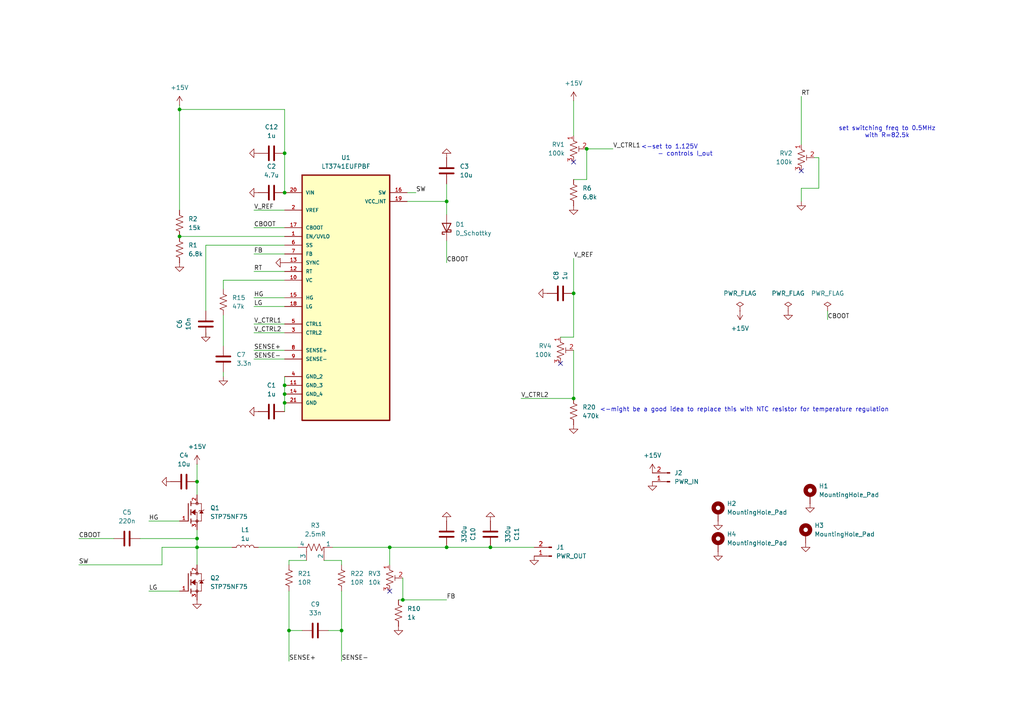
<source format=kicad_sch>
(kicad_sch (version 20250114) (generator "eeschema") (generator_version "9.0")
  (paper "A4")
  (lib_symbols
    (symbol "Connector:Conn_01x02_Pin" (pin_names (offset 1.016) (hide yes))
      (property "Reference" "J" (at 0 2.54 0))
      (property "Value" "Conn_01x02_Pin" (at 0 -5.08 0))
      (symbol "Conn_01x02_Pin_1_1"
        (rectangle (start 0.8636 0.127) (end 0 -0.127) (stroke (width 0.1524)) (fill (type outline)))
        (rectangle (start 0.8636 -2.413) (end 0 -2.667) (stroke (width 0.1524)) (fill (type outline)))
        (polyline (pts (xy 1.27 0) (xy 0.8636 0)) (stroke (width 0.1524)))
        (polyline (pts (xy 1.27 -2.54) (xy 0.8636 -2.54)) (stroke (width 0.1524)))
        (pin passive line (at 5.08 0 180) (length 3.81) (name "Pin_1") (number "1"))
        (pin passive line (at 5.08 -2.54 180) (length 3.81) (name "Pin_2") (number "2"))
      )
    )
    (symbol "Device:C" (pin_numbers (hide yes)) (pin_names (offset 0.254))
      (property "Reference" "C" (at 0.635 2.54 0))
      (property "Value" "C" (at 0.635 -2.54 0))
      (symbol "C_0_1"
        (polyline (pts (xy -2.032 0.762) (xy 2.032 0.762)) (stroke (width 0.508)))
        (polyline (pts (xy -2.032 -0.762) (xy 2.032 -0.762)) (stroke (width 0.508)))
      )
      (symbol "C_1_1"
        (pin passive line (at 0 3.81 270) (length 2.794) (name "~") (number "1"))
        (pin passive line (at 0 -3.81 90) (length 2.794) (name "~") (number "2"))
      )
    )
    (symbol "Device:D_Schottky" (pin_numbers (hide yes)) (pin_names (offset 1.016) (hide yes))
      (property "Reference" "D" (at 0 2.54 0))
      (property "Value" "D_Schottky" (at 0 -2.54 0))
      (symbol "D_Schottky_0_1"
        (polyline (pts (xy -1.905 0.635) (xy -1.905 1.27) (xy -1.27 1.27) (xy -1.27 -1.27) (xy -0.635 -1.27) (xy -0.635 -0.635)) (stroke (width 0.254)))
        (polyline (pts (xy 1.27 1.27) (xy 1.27 -1.27) (xy -1.27 0) (xy 1.27 1.27)) (stroke (width 0.254)))
        (polyline (pts (xy 1.27 0) (xy -1.27 0)))
      )
      (symbol "D_Schottky_1_1"
        (pin passive line (at -3.81 0 0) (length 2.54) (name "K") (number "1"))
        (pin passive line (at 3.81 0 180) (length 2.54) (name "A") (number "2"))
      )
    )
    (symbol "Device:L" (pin_numbers (hide yes)) (pin_names (offset 1.016) (hide yes))
      (property "Reference" "L" (at -1.27 0 90))
      (property "Value" "L" (at 1.905 0 90))
      (symbol "L_0_1"
        (arc (start 0 2.54) (mid 0.6323 1.905) (end 0 1.27))
        (arc (start 0 1.27) (mid 0.6323 0.635) (end 0 0))
        (arc (start 0 0) (mid 0.6323 -0.635) (end 0 -1.27))
        (arc (start 0 -1.27) (mid 0.6323 -1.905) (end 0 -2.54))
      )
      (symbol "L_1_1"
        (pin passive line (at 0 3.81 270) (length 1.27) (name "1") (number "1"))
        (pin passive line (at 0 -3.81 90) (length 1.27) (name "2") (number "2"))
      )
    )
    (symbol "Device:R_Potentiometer_Trim_US" (pin_names (offset 1.016) (hide yes))
      (property "Reference" "RV" (at -4.445 0 90))
      (property "Value" "R_Potentiometer_Trim_US" (at -2.54 0 90))
      (symbol "R_Potentiometer_Trim_US_0_1"
        (polyline (pts (xy 0 2.286) (xy 0 2.54)))
        (polyline (pts (xy 0 2.286) (xy 1.016 1.905) (xy 0 1.524) (xy -1.016 1.143) (xy 0 0.762)))
        (polyline (pts (xy 0 0.762) (xy 1.016 0.381) (xy 0 0) (xy -1.016 -0.381) (xy 0 -0.762)))
        (polyline (pts (xy 0 -0.762) (xy 1.016 -1.143) (xy 0 -1.524) (xy -1.016 -1.905) (xy 0 -2.286)))
        (polyline (pts (xy 0 -2.286) (xy 0 -2.54)))
        (polyline (pts (xy 1.524 0.762) (xy 1.524 -0.762)))
        (polyline (pts (xy 2.54 0) (xy 1.524 0)))
      )
      (symbol "R_Potentiometer_Trim_US_1_1"
        (pin passive line (at 0 3.81 270) (length 1.27) (name "1") (number "1"))
        (pin passive line (at 0 -3.81 90) (length 1.27) (name "3") (number "3"))
        (pin passive line (at 3.81 0 180) (length 1.27) (name "2") (number "2"))
      )
    )
    (symbol "Device:R_Shunt_US" (pin_numbers (hide yes)) (pin_names (offset 0))
      (property "Reference" "R" (at -5.08 0 90))
      (property "Value" "R_Shunt_US" (at -3.048 0 90))
      (symbol "R_Shunt_US_1_1"
        (polyline (pts (xy 0 2.286) (xy 0 2.54)))
        (polyline (pts (xy 0 2.286) (xy 1.016 1.905) (xy 0 1.524) (xy -1.016 1.143) (xy 0 0.762)))
        (polyline (pts (xy 0 0.762) (xy 1.016 0.381) (xy 0 0) (xy -1.016 -0.381) (xy 0 -0.762)))
        (polyline (pts (xy 0 -0.762) (xy 1.016 -1.143) (xy 0 -1.524) (xy -1.016 -1.905) (xy 0 -2.286)))
        (polyline (pts (xy 0 -2.286) (xy 0 -2.54)))
        (polyline (pts (xy 0 -2.54) (xy 1.27 -2.54)))
        (polyline (pts (xy 1.27 2.54) (xy 0 2.54)))
        (pin passive line (at 0 5.08 270) (length 2.54) (name "1") (number "1"))
        (pin passive line (at 0 -5.08 90) (length 2.54) (name "4") (number "4"))
        (pin passive line (at 3.81 2.54 180) (length 2.54) (name "2") (number "2"))
        (pin passive line (at 3.81 -2.54 180) (length 2.54) (name "3") (number "3"))
      )
    )
    (symbol "Device:R_US" (pin_numbers (hide yes)) (pin_names (offset 0))
      (property "Reference" "R" (at 2.54 0 90))
      (property "Value" "R_US" (at -2.54 0 90))
      (symbol "R_US_0_1"
        (polyline (pts (xy 0 2.286) (xy 0 2.54)))
        (polyline (pts (xy 0 2.286) (xy 1.016 1.905) (xy 0 1.524) (xy -1.016 1.143) (xy 0 0.762)))
        (polyline (pts (xy 0 0.762) (xy 1.016 0.381) (xy 0 0) (xy -1.016 -0.381) (xy 0 -0.762)))
        (polyline (pts (xy 0 -0.762) (xy 1.016 -1.143) (xy 0 -1.524) (xy -1.016 -1.905) (xy 0 -2.286)))
        (polyline (pts (xy 0 -2.286) (xy 0 -2.54)))
      )
      (symbol "R_US_1_1"
        (pin passive line (at 0 3.81 270) (length 1.27) (name "~") (number "1"))
        (pin passive line (at 0 -3.81 90) (length 1.27) (name "~") (number "2"))
      )
    )
    (symbol "HKUST_REDBIRD_LIB:LT3741EUFPBF" (pin_names (offset 1.016))
      (property "Reference" "U" (at -4.7276 35.9651 0))
      (property "Value" "LT3741EUFPBF" (at -7.1396 -42.8884 0))
      (symbol "LT3741EUFPBF_0_0"
        (rectangle (start -12.7 -38.1) (end 12.7 33.02) (stroke (width 0.4064)) (fill (type background)))
        (pin power_in line (at -17.78 27.94 0) (length 5.08) (name "VIN") (number "20"))
        (pin input line (at -17.78 22.86 0) (length 5.08) (name "VREF") (number "2"))
        (pin power_in line (at -17.78 17.78 0) (length 5.08) (name "CBOOT") (number "17"))
        (pin input line (at -17.78 15.24 0) (length 5.08) (name "EN/UVLO") (number "1"))
        (pin input line (at -17.78 12.7 0) (length 5.08) (name "SS") (number "6"))
        (pin passive line (at -17.78 10.16 0) (length 5.08) (name "FB") (number "7"))
        (pin input line (at -17.78 7.62 0) (length 5.08) (name "SYNC") (number "13"))
        (pin passive line (at -17.78 5.08 0) (length 5.08) (name "RT") (number "12"))
        (pin input line (at -17.78 2.54 0) (length 5.08) (name "VC") (number "10"))
        (pin input line (at -17.78 -2.54 0) (length 5.08) (name "HG") (number "15"))
        (pin input line (at -17.78 -5.08 0) (length 5.08) (name "LG") (number "18"))
        (pin input line (at -17.78 -10.16 0) (length 5.08) (name "CTRL1") (number "5"))
        (pin input line (at -17.78 -12.7 0) (length 5.08) (name "CTRL2") (number "3"))
        (pin input line (at -17.78 -17.78 0) (length 5.08) (name "SENSE+") (number "8"))
        (pin input line (at -17.78 -20.32 0) (length 5.08) (name "SENSE-") (number "9"))
        (pin passive line (at -17.78 -25.4 0) (length 5.08) (name "GND_2") (number "4"))
        (pin passive line (at -17.78 -27.94 0) (length 5.08) (name "GND_3") (number "11"))
        (pin passive line (at -17.78 -30.48 0) (length 5.08) (name "GND_4") (number "14"))
        (pin passive line (at -17.78 -33.02 0) (length 5.08) (name "GND") (number "21"))
        (pin output line (at 17.78 27.94 180) (length 5.08) (name "SW") (number "16"))
        (pin output line (at 17.78 25.4 180) (length 5.08) (name "VCC_INT") (number "19"))
      )
    )
    (symbol "HKUST_REDBIRD_LIB:STP75NF75" (pin_names (offset 1.016))
      (property "Reference" "Q" (at -8.89 2.54 0))
      (property "Value" "STP75NF75" (at -8.89 -7.62 0))
      (symbol "STP75NF75_0_0"
        (polyline (pts (xy 0 2.54) (xy 0 -2.54)) (stroke (width 0.254)))
        (polyline (pts (xy 0.762 3.175) (xy 0.762 2.54)) (stroke (width 0.254)))
        (polyline (pts (xy 0.762 2.54) (xy 0.762 1.905)) (stroke (width 0.254)))
        (polyline (pts (xy 0.762 2.54) (xy 3.81 2.54)) (stroke (width 0.1524)))
        (polyline (pts (xy 0.762 0.762) (xy 0.762 0)) (stroke (width 0.254)))
        (polyline (pts (xy 0.762 0) (xy 0.762 -0.762)) (stroke (width 0.254)))
        (polyline (pts (xy 0.762 0) (xy 2.54 0)) (stroke (width 0.1524)))
        (polyline (pts (xy 0.762 -1.905) (xy 0.762 -2.54)) (stroke (width 0.254)))
        (polyline (pts (xy 0.762 -2.54) (xy 0.762 -3.175)) (stroke (width 0.254)))
        (polyline (pts (xy 1.016 0) (xy 2.032 0.762) (xy 2.032 -0.762) (xy 1.016 0)) (stroke (width 0.1524)) (fill (type outline)))
        (circle (center 2.54 2.54) (radius 0.3592))
        (polyline (pts (xy 2.54 0) (xy 2.54 -2.54)) (stroke (width 0.1524)))
        (polyline (pts (xy 2.54 -2.54) (xy 0.762 -2.54)) (stroke (width 0.1524)))
        (polyline (pts (xy 2.54 -2.54) (xy 3.81 -2.54)) (stroke (width 0.1524)))
        (circle (center 2.54 -2.54) (radius 0.3592))
        (polyline (pts (xy 3.302 0.508) (xy 3.048 0.254)) (stroke (width 0.1524)))
        (polyline (pts (xy 3.81 2.54) (xy 3.81 0.508)) (stroke (width 0.1524)))
        (polyline (pts (xy 3.81 0.508) (xy 3.302 0.508)) (stroke (width 0.1524)))
        (polyline (pts (xy 3.81 0.508) (xy 3.81 -2.54)) (stroke (width 0.1524)))
        (polyline (pts (xy 3.81 0.508) (xy 3.302 -0.254) (xy 4.318 -0.254) (xy 3.81 0.508)) (stroke (width 0.1524)) (fill (type outline)))
        (polyline (pts (xy 4.318 0.508) (xy 3.81 0.508)) (stroke (width 0.1524)))
        (polyline (pts (xy 4.572 0.762) (xy 4.318 0.508)) (stroke (width 0.1524)))
        (pin passive line (at -2.54 -2.54 0) (length 2.54) (name "~") (number "1"))
        (pin passive line (at 2.54 5.08 270) (length 2.54) (name "~") (number "2"))
        (pin passive line (at 2.54 -5.08 90) (length 2.54) (name "~") (number "3"))
      )
    )
    (symbol "Mechanical:MountingHole_Pad" (pin_numbers (hide yes)) (pin_names (offset 1.016) (hide yes)) (exclude_from_sim yes) (in_bom no)
      (property "Reference" "H" (at 0 6.35 0))
      (property "Value" "MountingHole_Pad" (at 0 4.445 0))
      (symbol "MountingHole_Pad_0_1"
        (circle (center 0 1.27) (radius 1.27) (stroke (width 1.27)))
      )
      (symbol "MountingHole_Pad_1_1"
        (pin input line (at 0 -2.54 90) (length 2.54) (name "1") (number "1"))
      )
    )
    (symbol "power:+15V" (power) (pin_numbers (hide yes)) (pin_names (offset 0) (hide yes))
      (property "Value" "+15V" (at 0 3.556 0))
      (symbol "+15V_0_1"
        (polyline (pts (xy -0.762 1.27) (xy 0 2.54)))
        (polyline (pts (xy 0 2.54) (xy 0.762 1.27)))
        (polyline (pts (xy 0 0) (xy 0 2.54)))
      )
      (symbol "+15V_1_1"
        (pin power_in line (at 0 0 90) (length 0) (name "~") (number "1"))
      )
    )
    (symbol "power:GND" (power) (pin_numbers (hide yes)) (pin_names (offset 0) (hide yes))
      (property "Value" "GND" (at 0 -3.81 0))
      (symbol "GND_0_1"
        (polyline (pts (xy 0 0) (xy 0 -1.27) (xy 1.27 -1.27) (xy 0 -2.54) (xy -1.27 -1.27) (xy 0 -1.27)))
      )
      (symbol "GND_1_1"
        (pin power_in line (at 0 0 270) (length 0) (name "~") (number "1"))
      )
    )
    (symbol "power:PWR_FLAG" (power) (pin_numbers (hide yes)) (pin_names (offset 0) (hide yes))
      (property "Value" "PWR_FLAG" (at 0 3.81 0))
      (symbol "PWR_FLAG_0_0"
        (pin power_out line (at 0 0 90) (length 0) (name "~") (number "1"))
      )
      (symbol "PWR_FLAG_0_1"
        (polyline (pts (xy 0 0) (xy 0 1.27) (xy -1.016 1.905) (xy 0 2.54) (xy 1.016 1.905) (xy 0 1.27)))
      )
    )
  )
  (text "<-set to 1.125V\n	- controls I_out" (at 185.928 43.688 0) (effects (font (size 1.27 1.27)) (justify left)))
  (text "set switching freq to 0.5MHz\nwith R=82.5k" (at 257.302 38.354 0) (effects (font (size 1.27 1.27))))
  (text "<-might be a good idea to replace this with NTC resistor for temperature regulation\n" (at 215.9 118.872 0) (effects (font (size 1.27 1.27))))
  (junction (at 99.06 182.88))
  (junction (at 52.07 68.58))
  (junction (at 57.15 158.75))
  (junction (at 170.18 43.18))
  (junction (at 82.55 114.3))
  (junction (at 82.55 116.84))
  (junction (at 166.37 115.57))
  (junction (at 166.37 85.09))
  (junction (at 116.84 173.99))
  (junction (at 113.03 158.75))
  (junction (at 129.54 58.42))
  (junction (at 142.24 158.75))
  (junction (at 82.55 111.76))
  (junction (at 52.07 31.75))
  (junction (at 57.15 139.7))
  (junction (at 57.15 156.21))
  (junction (at 129.54 158.75))
  (junction (at 83.82 182.88))
  (junction (at 82.55 44.45))
  (junction (at 82.55 55.88))
  (no_connect (at 162.56 105.41))
  (no_connect (at 166.37 46.99))
  (no_connect (at 113.03 171.45))
  (no_connect (at 232.41 49.53))
  (wire (pts (xy 82.55 81.28) (xy 64.77 81.28)))
  (wire (pts (xy 52.07 30.48) (xy 52.07 31.75)))
  (wire (pts (xy 170.18 43.18) (xy 170.18 52.07)))
  (wire (pts (xy 64.77 107.95) (xy 64.77 109.22)))
  (wire (pts (xy 232.41 27.94) (xy 232.41 41.91)))
  (wire (pts (xy 83.82 182.88) (xy 87.63 182.88)))
  (wire (pts (xy 129.54 53.34) (xy 129.54 58.42)))
  (wire (pts (xy 73.66 66.04) (xy 82.55 66.04)))
  (wire (pts (xy 99.06 171.45) (xy 99.06 182.88)))
  (wire (pts (xy 99.06 162.56) (xy 99.06 163.83)))
  (wire (pts (xy 22.86 163.83) (xy 46.99 163.83)))
  (wire (pts (xy 232.41 58.42) (xy 232.41 54.61)))
  (wire (pts (xy 82.55 111.76) (xy 82.55 114.3)))
  (wire (pts (xy 116.84 167.64) (xy 116.84 173.99)))
  (wire (pts (xy 83.82 171.45) (xy 83.82 182.88)))
  (wire (pts (xy 170.18 43.18) (xy 177.8 43.18)))
  (wire (pts (xy 59.69 97.79) (xy 59.69 96.52)))
  (wire (pts (xy 151.13 115.57) (xy 166.37 115.57)))
  (wire (pts (xy 74.93 158.75) (xy 86.36 158.75)))
  (wire (pts (xy 43.18 151.13) (xy 52.07 151.13)))
  (wire (pts (xy 52.07 68.58) (xy 82.55 68.58)))
  (wire (pts (xy 57.15 156.21) (xy 57.15 158.75)))
  (wire (pts (xy 59.69 90.17) (xy 59.69 71.12)))
  (wire (pts (xy 83.82 163.83) (xy 83.82 162.56)))
  (wire (pts (xy 83.82 182.88) (xy 83.82 191.77)))
  (wire (pts (xy 59.69 71.12) (xy 82.55 71.12)))
  (wire (pts (xy 73.66 78.74) (xy 82.55 78.74)))
  (wire (pts (xy 73.66 104.14) (xy 82.55 104.14)))
  (wire (pts (xy 166.37 52.07) (xy 170.18 52.07)))
  (wire (pts (xy 57.15 158.75) (xy 46.99 158.75)))
  (wire (pts (xy 40.64 156.21) (xy 57.15 156.21)))
  (wire (pts (xy 82.55 44.45) (xy 82.55 55.88)))
  (wire (pts (xy 73.66 60.96) (xy 82.55 60.96)))
  (wire (pts (xy 43.18 171.45) (xy 52.07 171.45)))
  (wire (pts (xy 64.77 81.28) (xy 64.77 83.82)))
  (wire (pts (xy 113.03 158.75) (xy 113.03 163.83)))
  (wire (pts (xy 64.77 91.44) (xy 64.77 100.33)))
  (wire (pts (xy 22.86 156.21) (xy 33.02 156.21)))
  (wire (pts (xy 115.57 173.99) (xy 116.84 173.99)))
  (wire (pts (xy 82.55 109.22) (xy 82.55 111.76)))
  (wire (pts (xy 57.15 158.75) (xy 57.15 163.83)))
  (wire (pts (xy 142.24 158.75) (xy 154.94 158.75)))
  (wire (pts (xy 166.37 101.6) (xy 166.37 115.57)))
  (wire (pts (xy 46.99 158.75) (xy 46.99 163.83)))
  (wire (pts (xy 73.66 88.9) (xy 82.55 88.9)))
  (wire (pts (xy 93.98 162.56) (xy 99.06 162.56)))
  (wire (pts (xy 237.49 45.72) (xy 237.49 54.61)))
  (wire (pts (xy 73.66 86.36) (xy 82.55 86.36)))
  (wire (pts (xy 166.37 74.93) (xy 166.37 85.09)))
  (wire (pts (xy 129.54 58.42) (xy 129.54 62.23)))
  (wire (pts (xy 83.82 162.56) (xy 88.9 162.56)))
  (wire (pts (xy 232.41 54.61) (xy 237.49 54.61)))
  (wire (pts (xy 57.15 139.7) (xy 57.15 143.51)))
  (wire (pts (xy 129.54 158.75) (xy 142.24 158.75)))
  (wire (pts (xy 57.15 158.75) (xy 67.31 158.75)))
  (wire (pts (xy 236.22 45.72) (xy 237.49 45.72)))
  (wire (pts (xy 166.37 29.21) (xy 166.37 39.37)))
  (wire (pts (xy 73.66 93.98) (xy 82.55 93.98)))
  (wire (pts (xy 96.52 158.75) (xy 113.03 158.75)))
  (wire (pts (xy 73.66 96.52) (xy 82.55 96.52)))
  (wire (pts (xy 113.03 158.75) (xy 129.54 158.75)))
  (wire (pts (xy 240.03 90.17) (xy 240.03 92.71)))
  (wire (pts (xy 162.56 97.79) (xy 166.37 97.79)))
  (wire (pts (xy 118.11 55.88) (xy 120.65 55.88)))
  (wire (pts (xy 166.37 85.09) (xy 166.37 97.79)))
  (wire (pts (xy 73.66 73.66) (xy 82.55 73.66)))
  (wire (pts (xy 82.55 31.75) (xy 82.55 44.45)))
  (wire (pts (xy 52.07 31.75) (xy 52.07 60.96)))
  (wire (pts (xy 52.07 31.75) (xy 82.55 31.75)))
  (wire (pts (xy 129.54 69.85) (xy 129.54 76.2)))
  (wire (pts (xy 82.55 114.3) (xy 82.55 116.84)))
  (wire (pts (xy 118.11 58.42) (xy 129.54 58.42)))
  (wire (pts (xy 57.15 153.67) (xy 57.15 156.21)))
  (wire (pts (xy 99.06 182.88) (xy 95.25 182.88)))
  (wire (pts (xy 82.55 116.84) (xy 82.55 119.38)))
  (wire (pts (xy 57.15 134.62) (xy 57.15 139.7)))
  (wire (pts (xy 99.06 182.88) (xy 99.06 191.77)))
  (wire (pts (xy 73.66 101.6) (xy 82.55 101.6)))
  (wire (pts (xy 116.84 173.99) (xy 129.54 173.99)))
  (label "RT" (at 232.41 27.94 0))
  (label "SW" (at 22.86 163.83 0))
  (label "V_CTRL1" (at 73.66 93.98 0))
  (label "V_CTRL2" (at 151.13 115.57 0))
  (label "V_REF" (at 166.37 74.93 0))
  (label "HG" (at 43.18 151.13 0))
  (label "RT" (at 73.66 78.74 0))
  (label "CBOOT" (at 240.03 92.71 0))
  (label "SENSE+" (at 73.66 101.6 0))
  (label "V_CTRL2" (at 73.66 96.52 0))
  (label "CBOOT" (at 73.66 66.04 0))
  (label "CBOOT" (at 22.86 156.21 0))
  (label "FB" (at 73.66 73.66 0))
  (label "SENSE-" (at 73.66 104.14 0))
  (label "LG" (at 43.18 171.45 0))
  (label "HG" (at 73.66 86.36 0))
  (label "V_CTRL1" (at 177.8 43.18 0))
  (label "LG" (at 73.66 88.9 0))
  (label "SENSE+" (at 83.82 191.77 0))
  (label "FB" (at 129.54 173.99 0))
  (label "V_REF" (at 73.66 60.96 0))
  (label "SW" (at 120.65 55.88 0))
  (label "SENSE-" (at 99.06 191.77 0))
  (label "CBOOT" (at 129.54 76.2 0))
  (symbol (lib_id "power:GND") (at 154.94 161.29 0) (unit 1)
    (property "Reference" "#PWR03" (effects (hide yes)))
    (property "Value" "GND" (effects (hide yes)))
    (property "Description" "Power symbol creates a global label with name \"GND\" , ground" (effects (hide yes)))
  )
  (symbol (lib_id "Device:R_US") (at 83.82 167.64 0) (unit 1)
    (property "Reference" "R21" (at 86.36 166.3699 0) (effects (justify left)))
    (property "Value" "10R" (at 86.36 168.9099 0) (effects (justify left)))
    (property "Footprint" "Resistor_SMD:R_0805_2012Metric_Pad1.20x1.40mm_HandSolder" (effects (hide yes)))
    (property "Description" "Resistor, US symbol" (effects (hide yes)))
  )
  (symbol (lib_id "power:GND") (at 52.07 76.2 0) (unit 1)
    (property "Reference" "#PWR02" (effects (hide yes)))
    (property "Value" "GND" (effects (hide yes)))
    (property "Description" "Power symbol creates a global label with name \"GND\" , ground" (effects (hide yes)))
  )
  (symbol (lib_id "Device:C") (at 129.54 49.53 0) (unit 1)
    (property "Reference" "C3" (at 133.35 48.2599 0) (effects (justify left)))
    (property "Value" "10u" (at 133.35 50.7999 0) (effects (justify left)))
    (property "Footprint" "Capacitor_SMD:C_0805_2012Metric_Pad1.18x1.45mm_HandSolder" (effects (hide yes)))
    (property "Description" "Unpolarized capacitor" (effects (hide yes)))
  )
  (symbol (lib_id "power:+15V") (at 57.15 134.62 0) (unit 1)
    (property "Reference" "#PWR09" (effects (hide yes)))
    (property "Value" "+15V" (at 57.15 129.54 0))
    (property "Description" "Power symbol creates a global label with name \"+15V\"" (effects (hide yes)))
  )
  (symbol (lib_id "power:+15V") (at 189.23 137.16 0) (unit 1)
    (property "Reference" "#PWR021" (effects (hide yes)))
    (property "Value" "+15V" (at 189.23 132.08 0))
    (property "Description" "Power symbol creates a global label with name \"+15V\"" (effects (hide yes)))
  )
  (symbol (lib_id "Device:C") (at 162.56 85.09 90) (unit 1)
    (property "Reference" "C8" (at 161.2899 81.28 0) (effects (justify left)))
    (property "Value" "1u" (at 163.8299 81.28 0) (effects (justify left)))
    (property "Footprint" "Capacitor_SMD:C_0805_2012Metric_Pad1.18x1.45mm_HandSolder" (effects (hide yes)))
    (property "Description" "Unpolarized capacitor" (effects (hide yes)))
  )
  (symbol (lib_id "power:GND") (at 158.75 85.09 270) (unit 1)
    (property "Reference" "#PWR017" (effects (hide yes)))
    (property "Value" "GND" (effects (hide yes)))
    (property "Description" "Power symbol creates a global label with name \"GND\" , ground" (effects (hide yes)))
  )
  (symbol (lib_id "Mechanical:MountingHole_Pad") (at 234.95 143.51 0) (unit 1) (exclude_from_sim yes) (in_bom no)
    (property "Reference" "H1" (at 237.49 140.9699 0) (effects (justify left)))
    (property "Value" "MountingHole_Pad" (at 237.49 143.5099 0) (effects (justify left)))
    (property "Footprint" "MountingHole:MountingHole_2.2mm_M2_Pad_Via" (effects (hide yes)))
    (property "Description" "Mounting Hole with connection" (effects (hide yes)))
  )
  (symbol (lib_id "Device:C") (at 78.74 119.38 90) (unit 1)
    (property "Reference" "C1" (at 78.74 111.76 90))
    (property "Value" "1u" (at 78.74 114.3 90))
    (property "Footprint" "Capacitor_SMD:C_0805_2012Metric_Pad1.18x1.45mm_HandSolder" (effects (hide yes)))
    (property "Description" "Unpolarized capacitor" (effects (hide yes)))
  )
  (symbol (lib_id "Device:C") (at 142.24 154.94 0) (unit 1)
    (property "Reference" "C11" (at 149.86 154.94 90))
    (property "Value" "330u" (at 147.32 154.94 90))
    (property "Footprint" "Capacitor_SMD:C_0805_2012Metric_Pad1.18x1.45mm_HandSolder" (effects (hide yes)))
    (property "Description" "Unpolarized capacitor" (effects (hide yes)))
  )
  (symbol (lib_id "power:+15V") (at 52.07 30.48 0) (unit 1)
    (property "Reference" "#PWR01" (effects (hide yes)))
    (property "Value" "+15V" (at 52.07 25.4 0))
    (property "Description" "Power symbol creates a global label with name \"+15V\"" (effects (hide yes)))
  )
  (symbol (lib_id "power:GND") (at 228.6 90.17 0) (unit 1)
    (property "Reference" "#PWR024" (effects (hide yes)))
    (property "Value" "GND" (effects (hide yes)))
    (property "Description" "Power symbol creates a global label with name \"GND\" , ground" (effects (hide yes)))
  )
  (symbol (lib_id "Device:C") (at 91.44 182.88 90) (unit 1)
    (property "Reference" "C9" (at 91.44 175.26 90))
    (property "Value" "33n" (at 91.44 177.8 90))
    (property "Footprint" "Capacitor_SMD:C_0805_2012Metric_Pad1.18x1.45mm_HandSolder" (effects (hide yes)))
    (property "Description" "Unpolarized capacitor" (effects (hide yes)))
  )
  (symbol (lib_id "Mechanical:MountingHole_Pad") (at 233.68 154.94 0) (unit 1) (exclude_from_sim yes) (in_bom no)
    (property "Reference" "H3" (at 236.22 152.3999 0) (effects (justify left)))
    (property "Value" "MountingHole_Pad" (at 236.22 154.9399 0) (effects (justify left)))
    (property "Footprint" "MountingHole:MountingHole_2.2mm_M2_Pad_Via" (effects (hide yes)))
    (property "Description" "Mounting Hole with connection" (effects (hide yes)))
  )
  (symbol (lib_id "Device:R_US") (at 64.77 87.63 0) (unit 1)
    (property "Reference" "R15" (at 67.31 86.3599 0) (effects (justify left)))
    (property "Value" "47k" (at 67.31 88.8999 0) (effects (justify left)))
    (property "Footprint" "Resistor_SMD:R_0805_2012Metric_Pad1.20x1.40mm_HandSolder" (effects (hide yes)))
    (property "Description" "Resistor, US symbol" (effects (hide yes)))
  )
  (symbol (lib_id "power:GND") (at 115.57 181.61 0) (unit 1)
    (property "Reference" "#PWR012" (effects (hide yes)))
    (property "Value" "GND" (effects (hide yes)))
    (property "Description" "Power symbol creates a global label with name \"GND\" , ground" (effects (hide yes)))
  )
  (symbol (lib_id "Connector:Conn_01x02_Pin") (at 160.02 161.29 180) (unit 1)
    (property "Reference" "J1" (at 161.29 158.7499 0) (effects (justify right)))
    (property "Value" "PWR_OUT" (at 161.29 161.2899 0) (effects (justify right)))
    (property "Footprint" "Connector_AMASS:AMASS_XT60-M_1x02_P7.20mm_Vertical" (effects (hide yes)))
    (property "Description" "Generic connector, single row, 01x02, script generated" (effects (hide yes)))
  )
  (symbol (lib_id "power:GND") (at 208.28 160.02 0) (unit 1)
    (property "Reference" "#PWR027" (effects (hide yes)))
    (property "Value" "GND" (effects (hide yes)))
    (property "Description" "Power symbol creates a global label with name \"GND\" , ground" (effects (hide yes)))
  )
  (symbol (lib_id "power:GND") (at 59.69 96.52 0) (unit 1)
    (property "Reference" "#PWR013" (effects (hide yes)))
    (property "Value" "GND" (effects (hide yes)))
    (property "Description" "Power symbol creates a global label with name \"GND\" , ground" (effects (hide yes)))
  )
  (symbol (lib_id "power:PWR_FLAG") (at 214.63 90.17 0) (unit 1)
    (property "Reference" "#FLG01" (effects (hide yes)))
    (property "Value" "PWR_FLAG" (at 214.63 85.09 0))
    (property "Description" "Special symbol for telling ERC where power comes from" (effects (hide yes)))
  )
  (symbol (lib_id "Device:C") (at 59.69 93.98 180) (unit 1)
    (property "Reference" "C6" (at 52.07 93.98 90))
    (property "Value" "10n" (at 54.61 93.98 90))
    (property "Footprint" "Capacitor_SMD:C_0805_2012Metric_Pad1.18x1.45mm_HandSolder" (effects (hide yes)))
    (property "Description" "Unpolarized capacitor" (effects (hide yes)))
  )
  (symbol (lib_id "Connector:Conn_01x02_Pin") (at 194.31 139.7 180) (unit 1)
    (property "Reference" "J2" (at 195.58 137.1599 0) (effects (justify right)))
    (property "Value" "PWR_IN" (at 195.58 139.6999 0) (effects (justify right)))
    (property "Footprint" "Connector_AMASS:AMASS_XT60-M_1x02_P7.20mm_Vertical" (effects (hide yes)))
    (property "Description" "Generic connector, single row, 01x02, script generated" (effects (hide yes)))
  )
  (symbol (lib_id "power:GND") (at 57.15 173.99 0) (unit 1)
    (property "Reference" "#PWR05" (effects (hide yes)))
    (property "Value" "GND" (effects (hide yes)))
    (property "Description" "Power symbol creates a global label with name \"GND\" , ground" (effects (hide yes)))
  )
  (symbol (lib_id "Device:L") (at 71.12 158.75 90) (unit 1)
    (property "Reference" "L1" (at 71.12 153.67 90))
    (property "Value" "1u" (at 71.12 156.21 90))
    (property "Footprint" "HKUST_REDBIRD_FOOTPRINT_LIB:1uH_80A_inductor" (effects (hide yes)))
    (property "Description" "Inductor" (effects (hide yes)))
  )
  (symbol (lib_id "power:GND") (at 74.93 55.88 270) (unit 1)
    (property "Reference" "#PWR04" (effects (hide yes)))
    (property "Value" "GND" (effects (hide yes)))
    (property "Description" "Power symbol creates a global label with name \"GND\" , ground" (effects (hide yes)))
  )
  (symbol (lib_id "power:GND") (at 74.93 44.45 270) (unit 1)
    (property "Reference" "#PWR026" (effects (hide yes)))
    (property "Value" "GND" (effects (hide yes)))
    (property "Description" "Power symbol creates a global label with name \"GND\" , ground" (effects (hide yes)))
  )
  (symbol (lib_id "Device:R_US") (at 166.37 119.38 0) (unit 1)
    (property "Reference" "R20" (at 168.91 118.1099 0) (effects (justify left)))
    (property "Value" "470k" (at 168.91 120.6499 0) (effects (justify left)))
    (property "Footprint" "Resistor_SMD:R_0805_2012Metric_Pad1.20x1.40mm_HandSolder" (effects (hide yes)))
    (property "Description" "Resistor, US symbol" (effects (hide yes)))
  )
  (symbol (lib_id "Device:C") (at 53.34 139.7 90) (unit 1)
    (property "Reference" "C4" (at 53.34 132.08 90))
    (property "Value" "10u" (at 53.34 134.62 90))
    (property "Footprint" "Capacitor_SMD:C_0805_2012Metric_Pad1.18x1.45mm_HandSolder" (effects (hide yes)))
    (property "Description" "Unpolarized capacitor" (effects (hide yes)))
  )
  (symbol (lib_id "power:GND") (at 129.54 151.13 180) (unit 1)
    (property "Reference" "#PWR019" (effects (hide yes)))
    (property "Value" "GND" (effects (hide yes)))
    (property "Description" "Power symbol creates a global label with name \"GND\" , ground" (effects (hide yes)))
  )
  (symbol (lib_id "HKUST_REDBIRD_LIB:STP75NF75") (at 54.61 168.91 0) (unit 1)
    (property "Reference" "Q2" (at 60.96 167.6399 0) (effects (justify left)))
    (property "Value" "STP75NF75" (at 60.96 170.1799 0) (effects (justify left)))
    (property "Footprint" "HKUST_REDBIRD_FOOTPRINT_LIB:TO255P1040X460X2890-3" (effects (hide yes)))
    (property "Description" "N-Channel 75V 80A (Tc) 45W (Tc) Through Hole TO-220" (effects (hide yes)))
    (property "DigiKey_Part_Number" "497-2788-5-ND" (effects (hide yes)))
    (property "MF" "STMicroelectronics" (effects (hide yes)))
    (property "PACKAGE" "TO-220 STMicroelectronics" (effects (hide yes)))
    (property "PRICE" "None" (effects (hide yes)))
    (property "Package" "TO-220-3 STMicroelectronics" (effects (hide yes)))
    (property "Check_prices" "https://www.snapeda.com/parts/STP75NF75/STMicroelectronics/view-part/?ref=eda" (effects (hide yes)))
    (property "SnapEDA_Link" "https://www.snapeda.com/parts/STP75NF75/STMicroelectronics/view-part/?ref=snap" (effects (hide yes)))
    (property "MP" "STP75NF75" (effects (hide yes)))
    (property "AVAILABILITY" "Unavailable" (effects (hide yes)))
    (property "Description_1" "\n                        \n                            N-Channel 75 V 80A (Tc) 45W (Tc) Through Hole TO-220FP\n                        \n" (effects (hide yes)))
  )
  (symbol (lib_id "Device:R_US") (at 52.07 64.77 0) (unit 1)
    (property "Reference" "R2" (at 54.61 63.4999 0) (effects (justify left)))
    (property "Value" "15k" (at 54.61 66.0399 0) (effects (justify left)))
    (property "Footprint" "Resistor_SMD:R_0805_2012Metric_Pad1.20x1.40mm_HandSolder" (effects (hide yes)))
    (property "Description" "Resistor, US symbol" (effects (hide yes)))
  )
  (symbol (lib_id "Device:R_US") (at 166.37 55.88 0) (unit 1)
    (property "Reference" "R6" (at 168.91 54.6099 0) (effects (justify left)))
    (property "Value" "6.8k" (at 168.91 57.1499 0) (effects (justify left)))
    (property "Footprint" "Resistor_SMD:R_0805_2012Metric_Pad1.20x1.40mm_HandSolder" (effects (hide yes)))
    (property "Description" "Resistor, US symbol" (effects (hide yes)))
  )
  (symbol (lib_id "Device:R_US") (at 52.07 72.39 0) (unit 1)
    (property "Reference" "R1" (at 54.61 71.1199 0) (effects (justify left)))
    (property "Value" "6.8k" (at 54.61 73.6599 0) (effects (justify left)))
    (property "Footprint" "Resistor_SMD:R_0805_2012Metric_Pad1.20x1.40mm_HandSolder" (effects (hide yes)))
    (property "Description" "Resistor, US symbol" (effects (hide yes)))
  )
  (symbol (lib_id "Mechanical:MountingHole_Pad") (at 208.28 157.48 0) (unit 1) (exclude_from_sim yes) (in_bom no)
    (property "Reference" "H4" (at 210.82 154.9399 0) (effects (justify left)))
    (property "Value" "MountingHole_Pad" (at 210.82 157.4799 0) (effects (justify left)))
    (property "Footprint" "MountingHole:MountingHole_2.2mm_M2_Pad_Via" (effects (hide yes)))
    (property "Description" "Mounting Hole with connection" (effects (hide yes)))
  )
  (symbol (lib_id "power:+15V") (at 214.63 90.17 180) (unit 1)
    (property "Reference" "#PWR023" (effects (hide yes)))
    (property "Value" "+15V" (at 214.63 95.25 0))
    (property "Description" "Power symbol creates a global label with name \"+15V\"" (effects (hide yes)))
  )
  (symbol (lib_id "HKUST_REDBIRD_LIB:STP75NF75") (at 54.61 148.59 0) (unit 1)
    (property "Reference" "Q1" (at 60.96 147.3199 0) (effects (justify left)))
    (property "Value" "STP75NF75" (at 60.96 149.8599 0) (effects (justify left)))
    (property "Footprint" "HKUST_REDBIRD_FOOTPRINT_LIB:TO255P1040X460X2890-3" (effects (hide yes)))
    (property "Description" "N-Channel 75V 80A (Tc) 45W (Tc) Through Hole TO-220" (effects (hide yes)))
    (property "DigiKey_Part_Number" "497-2788-5-ND" (effects (hide yes)))
    (property "MF" "STMicroelectronics" (effects (hide yes)))
    (property "PACKAGE" "TO-220 STMicroelectronics" (effects (hide yes)))
    (property "PRICE" "None" (effects (hide yes)))
    (property "Package" "TO-220-3 STMicroelectronics" (effects (hide yes)))
    (property "Check_prices" "https://www.snapeda.com/parts/STP75NF75/STMicroelectronics/view-part/?ref=eda" (effects (hide yes)))
    (property "SnapEDA_Link" "https://www.snapeda.com/parts/STP75NF75/STMicroelectronics/view-part/?ref=snap" (effects (hide yes)))
    (property "MP" "STP75NF75" (effects (hide yes)))
    (property "AVAILABILITY" "Unavailable" (effects (hide yes)))
    (property "Description_1" "\n                        \n                            N-Channel 75 V 80A (Tc) 45W (Tc) Through Hole TO-220FP\n                        \n" (effects (hide yes)))
  )
  (symbol (lib_id "HKUST_REDBIRD_LIB:LT3741EUFPBF") (at 100.33 83.82 0) (unit 1)
    (property "Reference" "U1" (at 100.33 45.72 0))
    (property "Value" "LT3741EUFPBF" (at 100.33 48.26 0))
    (property "Footprint" "Package_SO:ETSSOP-20-1EP_4.4x6.5mm_P0.65mm_EP3x4.2mm" (effects (hide yes)))
    (property "MF" "Analog Devices" (effects (hide yes)))
    (property "Description_1" "\n                        \n                            LT3741/LT3741-1 - High Power, Constant Current, Constant Voltage, Step-Down Controller\n                        \n" (effects (hide yes)))
    (property "PACKAGE" "PQFN-20" (effects (hide yes)))
    (property "MPN" "LT3741EUF#PBF" (effects (hide yes)))
    (property "Price" "None" (effects (hide yes)))
    (property "Package" "QFN-20 Linear Technology" (effects (hide yes)))
    (property "OC_FARNELL" "-" (effects (hide yes)))
    (property "SnapEDA_Link" "https://www.snapeda.com/parts/LT3741EUF%23PBF/Analog+Devices/view-part/?ref=snap" (effects (hide yes)))
    (property "MP" "LT3741EUF#PBF" (effects (hide yes)))
    (property "SUPPLIER" "Linear Technology" (effects (hide yes)))
    (property "OC_NEWARK" "64R6831" (effects (hide yes)))
    (property "Availability" "In Stock" (effects (hide yes)))
    (property "Check_prices" "https://www.snapeda.com/parts/LT3741EUF%23PBF/Analog+Devices/view-part/?ref=eda" (effects (hide yes)))
  )
  (symbol (lib_id "power:GND") (at 232.41 58.42 0) (unit 1)
    (property "Reference" "#PWR015" (effects (hide yes)))
    (property "Value" "GND" (effects (hide yes)))
    (property "Description" "Power symbol creates a global label with name \"GND\" , ground" (effects (hide yes)))
  )
  (symbol (lib_id "power:GND") (at 166.37 123.19 0) (unit 1)
    (property "Reference" "#PWR018" (effects (hide yes)))
    (property "Value" "GND" (effects (hide yes)))
    (property "Description" "Power symbol creates a global label with name \"GND\" , ground" (effects (hide yes)))
  )
  (symbol (lib_id "power:GND") (at 74.93 119.38 270) (unit 1)
    (property "Reference" "#PWR06" (effects (hide yes)))
    (property "Value" "GND" (effects (hide yes)))
    (property "Description" "Power symbol creates a global label with name \"GND\" , ground" (effects (hide yes)))
  )
  (symbol (lib_id "Device:R_Potentiometer_Trim_US") (at 113.03 167.64 0) (unit 1)
    (property "Reference" "RV3" (at 110.49 166.3699 0) (effects (justify right)))
    (property "Value" "10k" (at 110.49 168.9099 0) (effects (justify right)))
    (property "Footprint" "Potentiometer_THT:Potentiometer_Bourns_3296W_Vertical" (effects (hide yes)))
    (property "Description" "Trim-potentiometer, US symbol" (effects (hide yes)))
  )
  (symbol (lib_id "power:GND") (at 49.53 139.7 270) (unit 1)
    (property "Reference" "#PWR010" (effects (hide yes)))
    (property "Value" "GND" (effects (hide yes)))
    (property "Description" "Power symbol creates a global label with name \"GND\" , ground" (effects (hide yes)))
  )
  (symbol (lib_id "power:GND") (at 208.28 151.13 0) (unit 1)
    (property "Reference" "#PWR025" (effects (hide yes)))
    (property "Value" "GND" (effects (hide yes)))
    (property "Description" "Power symbol creates a global label with name \"GND\" , ground" (effects (hide yes)))
  )
  (symbol (lib_id "Device:R_Potentiometer_Trim_US") (at 232.41 45.72 0) (unit 1)
    (property "Reference" "RV2" (at 229.87 44.4499 0) (effects (justify right)))
    (property "Value" "100k" (at 229.87 46.9899 0) (effects (justify right)))
    (property "Footprint" "Potentiometer_THT:Potentiometer_Bourns_3296W_Vertical" (effects (hide yes)))
    (property "Description" "Trim-potentiometer, US symbol" (effects (hide yes)))
  )
  (symbol (lib_id "Device:R_US") (at 115.57 177.8 0) (unit 1)
    (property "Reference" "R10" (at 118.11 176.5299 0) (effects (justify left)))
    (property "Value" "1k" (at 118.11 179.0699 0) (effects (justify left)))
    (property "Footprint" "Resistor_SMD:R_0805_2012Metric_Pad1.20x1.40mm_HandSolder" (effects (hide yes)))
    (property "Description" "Resistor, US symbol" (effects (hide yes)))
  )
  (symbol (lib_id "Device:C") (at 78.74 44.45 90) (unit 1)
    (property "Reference" "C12" (at 78.74 36.83 90))
    (property "Value" "1u" (at 78.74 39.37 90))
    (property "Footprint" "Capacitor_SMD:C_0805_2012Metric_Pad1.18x1.45mm_HandSolder" (effects (hide yes)))
    (property "Description" "Unpolarized capacitor" (effects (hide yes)))
  )
  (symbol (lib_id "Device:D_Schottky") (at 129.54 66.04 90) (unit 1)
    (property "Reference" "D1" (at 132.08 65.0874 90) (effects (justify right)))
    (property "Value" "D_Schottky" (at 132.08 67.6274 90) (effects (justify right)))
    (property "Footprint" "Diode_THT:D_T-1_P12.70mm_Horizontal" (effects (hide yes)))
    (property "Description" "Schottky diode" (effects (hide yes)))
  )
  (symbol (lib_id "Mechanical:MountingHole_Pad") (at 208.28 148.59 0) (unit 1) (exclude_from_sim yes) (in_bom no)
    (property "Reference" "H2" (at 210.82 146.0499 0) (effects (justify left)))
    (property "Value" "MountingHole_Pad" (at 210.82 148.5899 0) (effects (justify left)))
    (property "Footprint" "MountingHole:MountingHole_2.2mm_M2_Pad_Via" (effects (hide yes)))
    (property "Description" "Mounting Hole with connection" (effects (hide yes)))
  )
  (symbol (lib_id "power:GND") (at 64.77 109.22 0) (unit 1)
    (property "Reference" "#PWR016" (effects (hide yes)))
    (property "Value" "GND" (effects (hide yes)))
    (property "Description" "Power symbol creates a global label with name \"GND\" , ground" (effects (hide yes)))
  )
  (symbol (lib_id "Device:R_Potentiometer_Trim_US") (at 166.37 43.18 0) (unit 1)
    (property "Reference" "RV1" (at 163.83 41.9099 0) (effects (justify right)))
    (property "Value" "100k" (at 163.83 44.4499 0) (effects (justify right)))
    (property "Footprint" "Potentiometer_THT:Potentiometer_Bourns_3296W_Vertical" (effects (hide yes)))
    (property "Description" "Trim-potentiometer, US symbol" (effects (hide yes)))
  )
  (symbol (lib_id "power:GND") (at 142.24 151.13 180) (unit 1)
    (property "Reference" "#PWR020" (effects (hide yes)))
    (property "Value" "GND" (effects (hide yes)))
    (property "Description" "Power symbol creates a global label with name \"GND\" , ground" (effects (hide yes)))
  )
  (symbol (lib_id "Device:C") (at 64.77 104.14 180) (unit 1)
    (property "Reference" "C7" (at 68.58 102.8699 0) (effects (justify right)))
    (property "Value" "3.3n" (at 68.58 105.4099 0) (effects (justify right)))
    (property "Footprint" "Capacitor_SMD:C_0805_2012Metric_Pad1.18x1.45mm_HandSolder" (effects (hide yes)))
    (property "Description" "Unpolarized capacitor" (effects (hide yes)))
  )
  (symbol (lib_id "Device:C") (at 78.74 55.88 90) (unit 1)
    (property "Reference" "C2" (at 78.74 48.26 90))
    (property "Value" "4.7u" (at 78.74 50.8 90))
    (property "Footprint" "Capacitor_SMD:C_0805_2012Metric_Pad1.18x1.45mm_HandSolder" (effects (hide yes)))
    (property "Description" "Unpolarized capacitor" (effects (hide yes)))
  )
  (symbol (lib_id "power:GND") (at 189.23 139.7 0) (unit 1)
    (property "Reference" "#PWR022" (effects (hide yes)))
    (property "Value" "GND" (effects (hide yes)))
    (property "Description" "Power symbol creates a global label with name \"GND\" , ground" (effects (hide yes)))
  )
  (symbol (lib_id "power:PWR_FLAG") (at 228.6 90.17 0) (unit 1)
    (property "Reference" "#FLG02" (effects (hide yes)))
    (property "Value" "PWR_FLAG" (at 228.6 85.09 0))
    (property "Description" "Special symbol for telling ERC where power comes from" (effects (hide yes)))
  )
  (symbol (lib_id "power:GND") (at 166.37 59.69 0) (unit 1)
    (property "Reference" "#PWR08" (effects (hide yes)))
    (property "Value" "GND" (effects (hide yes)))
    (property "Description" "Power symbol creates a global label with name \"GND\" , ground" (effects (hide yes)))
  )
  (symbol (lib_id "power:GND") (at 82.55 76.2 270) (unit 1)
    (property "Reference" "#PWR014" (effects (hide yes)))
    (property "Value" "GND" (effects (hide yes)))
    (property "Description" "Power symbol creates a global label with name \"GND\" , ground" (effects (hide yes)))
  )
  (symbol (lib_id "power:GND") (at 233.68 157.48 0) (unit 1)
    (property "Reference" "#PWR028" (effects (hide yes)))
    (property "Value" "GND" (effects (hide yes)))
    (property "Description" "Power symbol creates a global label with name \"GND\" , ground" (effects (hide yes)))
  )
  (symbol (lib_id "power:GND") (at 234.95 146.05 0) (unit 1)
    (property "Reference" "#PWR029" (effects (hide yes)))
    (property "Value" "GND" (effects (hide yes)))
    (property "Description" "Power symbol creates a global label with name \"GND\" , ground" (effects (hide yes)))
  )
  (symbol (lib_id "power:GND") (at 129.54 45.72 180) (unit 1)
    (property "Reference" "#PWR011" (effects (hide yes)))
    (property "Value" "GND" (effects (hide yes)))
    (property "Description" "Power symbol creates a global label with name \"GND\" , ground" (effects (hide yes)))
  )
  (symbol (lib_id "Device:C") (at 36.83 156.21 90) (unit 1)
    (property "Reference" "C5" (at 36.83 148.59 90))
    (property "Value" "220n" (at 36.83 151.13 90))
    (property "Footprint" "Capacitor_SMD:C_0805_2012Metric_Pad1.18x1.45mm_HandSolder" (effects (hide yes)))
    (property "Description" "Unpolarized capacitor" (effects (hide yes)))
  )
  (symbol (lib_id "Device:R_Potentiometer_Trim_US") (at 162.56 101.6 0) (unit 1)
    (property "Reference" "RV4" (at 160.02 100.3299 0) (effects (justify right)))
    (property "Value" "100k" (at 160.02 102.8699 0) (effects (justify right)))
    (property "Footprint" "Potentiometer_THT:Potentiometer_Bourns_3296W_Vertical" (effects (hide yes)))
    (property "Description" "Trim-potentiometer, US symbol" (effects (hide yes)))
  )
  (symbol (lib_id "power:+15V") (at 166.37 29.21 0) (unit 1)
    (property "Reference" "#PWR07" (effects (hide yes)))
    (property "Value" "+15V" (at 166.37 24.13 0))
    (property "Description" "Power symbol creates a global label with name \"+15V\"" (effects (hide yes)))
  )
  (symbol (lib_id "Device:C") (at 129.54 154.94 0) (unit 1)
    (property "Reference" "C10" (at 137.16 154.94 90))
    (property "Value" "330u" (at 134.62 154.94 90))
    (property "Footprint" "Capacitor_SMD:C_0805_2012Metric_Pad1.18x1.45mm_HandSolder" (effects (hide yes)))
    (property "Description" "Unpolarized capacitor" (effects (hide yes)))
  )
  (symbol (lib_id "power:PWR_FLAG") (at 240.03 90.17 0) (unit 1)
    (property "Reference" "#FLG03" (effects (hide yes)))
    (property "Value" "PWR_FLAG" (at 240.03 85.09 0))
    (property "Description" "Special symbol for telling ERC where power comes from" (effects (hide yes)))
  )
  (symbol (lib_id "Device:R_US") (at 99.06 167.64 0) (unit 1)
    (property "Reference" "R22" (at 101.6 166.3699 0) (effects (justify left)))
    (property "Value" "10R" (at 101.6 168.9099 0) (effects (justify left)))
    (property "Footprint" "Resistor_SMD:R_0805_2012Metric_Pad1.20x1.40mm_HandSolder" (effects (hide yes)))
    (property "Description" "Resistor, US symbol" (effects (hide yes)))
  )
  (symbol (lib_id "Device:R_Shunt_US") (at 91.44 158.75 270) (unit 1)
    (property "Reference" "R3" (at 91.44 152.4 90))
    (property "Value" "2.5mR" (at 91.44 154.94 90))
    (property "Footprint" "Resistor_SMD:R_Shunt_Ohmite_LVK24" (effects (hide yes)))
    (property "Description" "Shunt resistor, US symbol" (effects (hide yes)))
  )
)
</source>
